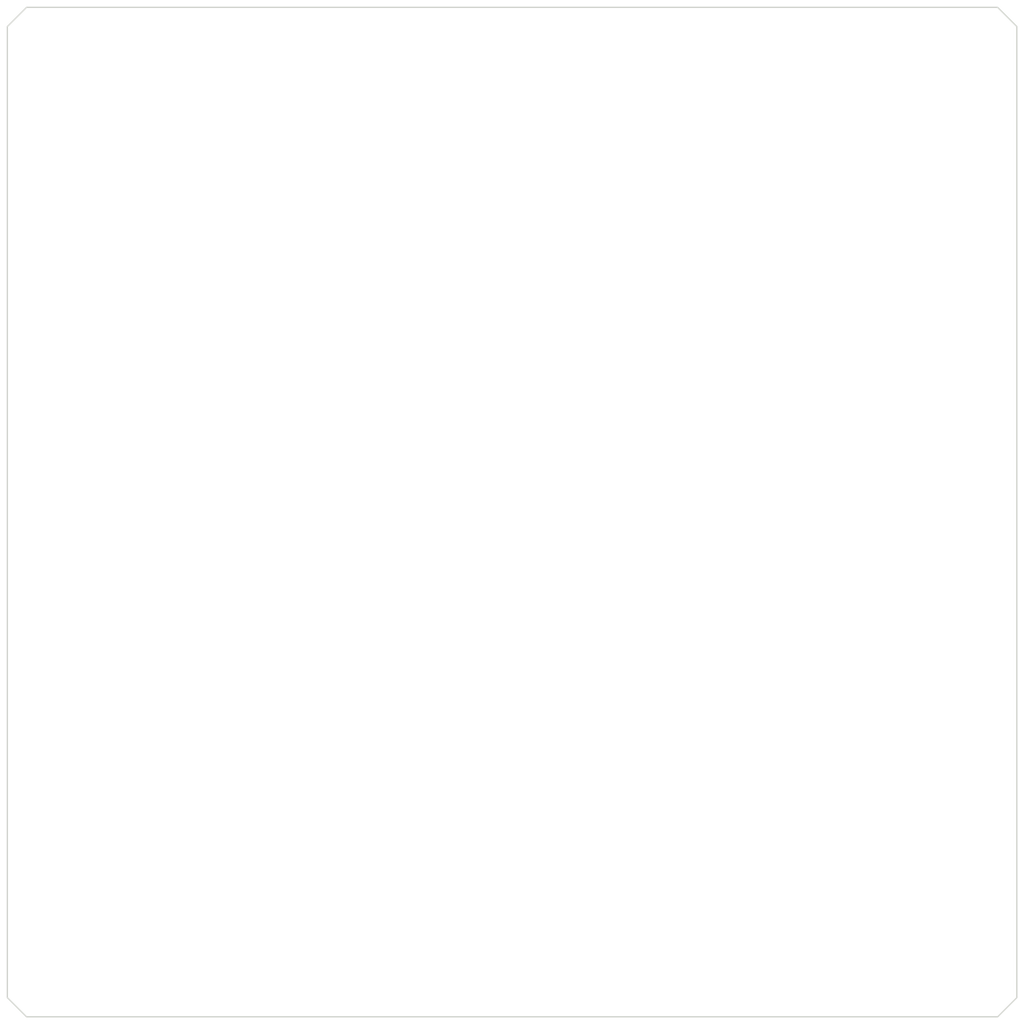
<source format=kicad_pcb>
(kicad_pcb (version 20211014) (generator pcbnew)

  (general
    (thickness 1.6062)
  )

  (paper "A4")
  (layers
    (0 "F.Cu" signal)
    (1 "In1.Cu" signal)
    (2 "In2.Cu" signal)
    (31 "B.Cu" signal)
    (32 "B.Adhes" user "B.Adhesive")
    (33 "F.Adhes" user "F.Adhesive")
    (34 "B.Paste" user)
    (35 "F.Paste" user)
    (36 "B.SilkS" user "B.Silkscreen")
    (37 "F.SilkS" user "F.Silkscreen")
    (38 "B.Mask" user)
    (39 "F.Mask" user)
    (40 "Dwgs.User" user "User.Drawings")
    (41 "Cmts.User" user "User.Comments")
    (42 "Eco1.User" user "User.Eco1")
    (43 "Eco2.User" user "User.Eco2")
    (44 "Edge.Cuts" user)
    (45 "Margin" user)
    (46 "B.CrtYd" user "B.Courtyard")
    (47 "F.CrtYd" user "F.Courtyard")
    (48 "B.Fab" user)
    (49 "F.Fab" user)
    (50 "User.1" user)
    (51 "User.2" user)
    (52 "User.3" user)
    (53 "User.4" user)
    (54 "User.5" user)
    (55 "User.6" user)
    (56 "User.7" user)
    (57 "User.8" user)
    (58 "User.9" user)
  )

  (setup
    (stackup
      (layer "F.SilkS" (type "Top Silk Screen") (color "White"))
      (layer "F.Paste" (type "Top Solder Paste"))
      (layer "F.Mask" (type "Top Solder Mask") (color "Black") (thickness 0.01))
      (layer "F.Cu" (type "copper") (thickness 0.035))
      (layer "dielectric 1" (type "prepreg") (thickness 0.2104) (material "FR4") (epsilon_r 4.5) (loss_tangent 0.02))
      (layer "In1.Cu" (type "copper") (thickness 0.0152))
      (layer "dielectric 2" (type "core") (thickness 1.065) (material "FR4") (epsilon_r 4.5) (loss_tangent 0.02))
      (layer "In2.Cu" (type "copper") (thickness 0.0152))
      (layer "dielectric 3" (type "prepreg") (thickness 0.2104) (material "FR4") (epsilon_r 4.5) (loss_tangent 0.02))
      (layer "B.Cu" (type "copper") (thickness 0.035))
      (layer "B.Mask" (type "Bottom Solder Mask") (color "Black") (thickness 0.01))
      (layer "B.Paste" (type "Bottom Solder Paste"))
      (layer "B.SilkS" (type "Bottom Silk Screen") (color "White"))
      (copper_finish "None")
      (dielectric_constraints no)
    )
    (pad_to_mask_clearance 0)
    (aux_axis_origin 126 81)
    (grid_origin 146 101)
    (pcbplotparams
      (layerselection 0x00010fc_ffffffff)
      (disableapertmacros false)
      (usegerberextensions false)
      (usegerberattributes true)
      (usegerberadvancedattributes true)
      (creategerberjobfile true)
      (svguseinch false)
      (svgprecision 6)
      (excludeedgelayer true)
      (plotframeref false)
      (viasonmask false)
      (mode 1)
      (useauxorigin false)
      (hpglpennumber 1)
      (hpglpenspeed 20)
      (hpglpendiameter 15.000000)
      (dxfpolygonmode true)
      (dxfimperialunits true)
      (dxfusepcbnewfont true)
      (psnegative false)
      (psa4output false)
      (plotreference true)
      (plotvalue true)
      (plotinvisibletext false)
      (sketchpadsonfab false)
      (subtractmaskfromsilk false)
      (outputformat 1)
      (mirror false)
      (drillshape 1)
      (scaleselection 1)
      (outputdirectory "")
    )
  )

  (net 0 "")

  (gr_poly
    (pts
      (xy 205.5 83)
      (xy 205.5 159)
      (xy 204 160.5)
      (xy 128 160.5)
      (xy 126.5 159)
      (xy 126.5 83)
      (xy 128 81.5)
      (xy 204 81.5)
    ) (layer "Edge.Cuts") (width 0.1) (fill none) (tstamp c4e1e0fc-039d-41cb-8fb6-1433179d0e06))
  (gr_circle (center 198.7 151.16) (end 198.7 149.89) (layer "User.1") (width 0.15) (fill none) (tstamp 000fdefd-bd20-43c5-8ce5-c4ba1992ea21))
  (gr_circle (center 133.3 93.38) (end 133.3 92.11) (layer "User.1") (width 0.15) (fill none) (tstamp 002d9934-c8f6-4e33-bbc3-e9234f6189f4))
  (gr_circle (center 173.3 151.16) (end 173.3 149.89) (layer "User.1") (width 0.15) (fill none) (tstamp 01619bdd-99ec-4968-a274-512a1256ea1d))
  (gr_circle (center 158.7 106.08) (end 158.7 104.81) (layer "User.1") (width 0.15) (fill none) (tstamp 023e83de-af62-4d05-a9a3-fa97a16d3291))
  (gr_circle (center 133.3 111.16) (end 133.3 109.89) (layer "User.1") (width 0.15) (fill none) (tstamp 028b0f3f-9b95-415f-9806-a2012f466759))
  (gr_circle (center 175.84 128.3) (end 177.11 128.3) (layer "User.1") (width 0.15) (fill none) (tstamp 04382082-f01c-4027-ad9c-12cde5cbd87c))
  (gr_circle (center 151.08 113.7) (end 152.35 113.7) (layer "User.1") (width 0.15) (fill none) (tstamp 04d8c0b9-fd28-4312-95c2-58e88c5ac9b0))
  (gr_circle (center 193.62 153.7) (end 194.89 153.7) (layer "User.1") (width 0.15) (fill none) (tstamp 05833b0e-ac32-451e-8d3d-51d05a944d1f))
  (gr_circle (center 153.62 88.3) (end 154.89 88.3) (layer "User.1") (width 0.15) (fill none) (tstamp 076857b1-b885-4a0b-8db3-60dcff1d111c))
  (gr_rect (start 157.43 112.43) (end 159.97 89.57) (layer "User.1") (width 0.15) (fill none) (tstamp 07b1ed44-9a28-4334-8e8d-8bd4b53f5e8d))
  (gr_circle (center 193.62 88.3) (end 194.89 88.3) (layer "User.1") (width 0.15) (fill none) (tstamp 0873b673-9097-4506-813d-6ca3318e0e49))
  (gr_circle (center 151.08 153.7) (end 152.35 153.7) (layer "User.1") (width 0.15) (fill none) (tstamp 08e47431-a3c2-488e-8601-929c8054e9a9))
  (gr_circle (center 146 88.3) (end 147.27 88.3) (layer "User.1") (width 0.15) (fill none) (tstamp 0a318eb1-a61a-42cf-b009-c5111886aae9))
  (gr_circle (center 133.3 141) (end 133.3 139.73) (layer "User.1") (width 0.15) (fill none) (tstamp 0e0bba44-be9a-4368-892d-bed915bba03e))
  (gr_circle (center 158.7 98.46) (end 158.7 97.19) (layer "User.1") (width 0.15) (fill none) (tstamp 0f080dfc-c990-4358-9955-cc56dfa127d9))
  (gr_circle (center 158.7 108.62) (end 158.7 107.35) (layer "User.1") (width 0.15) (fill none) (tstamp 0fa87829-a054-48e5-9f01-293522c3a902))
  (gr_circle (center 198.7 108.62) (end 198.7 107.35) (layer "User.1") (width 0.15) (fill none) (tstamp 12e018d9-bf61-4922-b537-5dce006701d6))
  (gr_circle (center 191.08 128.3) (end 192.35 128.3) (layer "User.1") (width 0.15) (fill none) (tstamp 1453a7cc-aa83-4cfe-b03c-5f99f355978c))
  (gr_circle (center 140.92 128.3) (end 142.19 128.3) (layer "User.1") (width 0.15) (fill none) (tstamp 1478ca85-0e48-48d0-94ec-ffd3b6c70851))
  (gr_circle (center 146 113.7) (end 147.27 113.7) (layer "User.1") (width 0.15) (fill none) (tstamp 149e3321-4867-4c96-932a-aa4b94134f02))
  (gr_circle (center 173.3 106.08) (end 173.3 104.81) (layer "User.1") (width 0.15) (fill none) (tstamp 14bd52d6-d309-4c93-8a69-7bfa893c9fa4))
  (gr_circle (center 198.7 111.16) (end 198.7 109.89) (layer "User.1") (width 0.15) (fill none) (tstamp 189dd023-7623-4c5f-a5a7-0c32df952be6))
  (gr_circle (center 186 153.7) (end 187.27 153.7) (layer "User.1") (width 0.15) (fill none) (tstamp 18f87734-66be-482a-9866-0d14a5bbf663))
  (gr_circle (center 158.7 95.92) (end 158.7 94.65) (layer "User.1") (width 0.15) (fill none) (tstamp 1cce4635-2dc7-4081-841c-9950002cf8f4))
  (gr_circle (center 173.3 148.62) (end 173.3 147.35) (layer "User.1") (width 0.15) (fill none) (tstamp 1e1bcb33-a29b-41d1-90e3-64286458708c))
  (gr_circle (center 178.38 153.7) (end 179.65 153.7) (layer "User.1") (width 0.15) (fill none) (tstamp 1e7927e8-557c-4b0f-aefc-7f9e74b8d538))
  (gr_circle (center 198.7 138.46) (end 198.7 137.19) (layer "User.1") (width 0.15) (fill none) (tstamp 1fa3ccdd-b05f-4b3a-93a3-ddd1672840e9))
  (gr_circle (center 138.38 113.7) (end 139.65 113.7) (layer "User.1") (width 0.15) (fill none) (tstamp 2078dde6-d398-4942-9624-11a7540c015e))
  (gr_circle (center 133.3 135.92) (end 133.3 134.65) (layer "User.1") (width 0.15) (fill none) (tstamp 21127402-88bc-45c9-9631-512f82c8582a))
  (gr_circle (center 158.7 146.08) (end 158.7 144.81) (layer "User.1") (width 0.15) (fill none) (tstamp 21e79313-7f6d-4510-a6f0-48991ed6685f))
  (gr_circle (center 158.7 148.62) (end 158.7 147.35) (layer "User.1") (width 0.15) (fill none) (tstamp 27490eb7-9e96-49d5-b827-4d67ce319e04))
  (gr_circle (center 158.7 111.16) (end 158.7 109.89) (layer "User.1") (width 0.15) (fill none) (tstamp 2876169e-b1c0-4fe0-9f2f-692cd4336b6b))
  (gr_circle (center 173.3 143.54) (end 173.3 142.27) (layer "User.1") (width 0.15) (fill none) (tstamp 2877bc6c-7ffe-46bc-ad26-d6e7ceae8879))
  (gr_circle (center 188.54 88.3) (end 189.81 88.3) (layer "User.1") (width 0.15) (fill none) (tstamp 28c33219-826f-4fd0-9590-41c461014511))
  (gr_rect (start 134.57 152.43) (end 157.43 154.97) (layer "User.1") (width 0.15) (fill none) (tstamp 2c569eeb-6791-476f-beea-bbc7d2d5a179))
  (gr_circle (center 138.38 153.7) (end 139.65 153.7) (layer "User.1") (width 0.15) (fill none) (tstamp 2de54d4c-e9fc-4f85-b780-64c6cbe70f2d))
  (gr_circle (center 186 88.3) (end 187.27 88.3) (layer "User.1") (width 0.15) (fill none) (tstamp 2fe549bb-e336-4a99-90af-7f353278cd75))
  (gr_circle (center 173.3 135.92) (end 173.3 134.65) (layer "User.1") (width 0.15) (fill none) (tstamp 32fc09bc-5550-4241-9884-e45f740a2b50))
  (gr_circle (center 198.7 141) (end 198.7 139.73) (layer "User.1") (width 0.15) (fill none) (tstamp 33da5458-586d-4f76-a2f7-d4f7b80fdba7))
  (gr_circle (center 158.7 138.46) (end 158.7 137.19) (layer "User.1") (width 0.15) (fill none) (tstamp 33fa464a-dca4-466a-b255-278a8e7a663d))
  (gr_circle (center 173.3 141) (end 173.3 139.73) (layer "User.1") (width 0.15) (fill none) (tstamp 357238b5-b355-4214-84c8-f285248e481c))
  (gr_circle (center 158.7 151.16) (end 158.7 149.89) (layer "User.1") (width 0.15) (fill none) (tstamp 39d8c278-1c18-426d-901a-2c3d632ba991))
  (gr_circle (center 146 153.7) (end 147.27 153.7) (layer "User.1") (width 0.15) (fill none) (tstamp 3ab70a57-aacc-46f0-8c93-e47fccfd70de))
  (gr_rect (start 132.03 152.43) (end 134.57 129.57) (layer "User.1") (width 0.15) (fill none) (tstamp 3cd5c00a-6e4f-4422-9c93-4a12ea04f786))
  (gr_circle (center 183.46 88.3) (end 184.73 88.3) (layer "User.1") (width 0.15) (fill none) (tstamp 3deef85d-fad1-4f10-9e7f-5cfbae98b510))
  (gr_rect (start 172.03 152.43) (end 174.57 129.57) (layer "User.1") (width 0.15) (fill none) (tstamp 40c60fd0-de55-403e-a245-7c811c7a6b68))
  (gr_circle (center 135.84 88.3) (end 137.11 88.3) (layer "User.1") (width 0.15) (fill none) (tstamp 44fa9f65-2477-41eb-bd00-685a78d765d1))
  (gr_circle (center 188.54 128.3) (end 189.81 128.3) (layer "User.1") (width 0.15) (fill none) (tstamp 45632520-d6f7-4ae6-8b7c-08bf9a631182))
  (gr_circle (center 188.54 153.7) (end 189.81 153.7) (layer "User.1") (width 0.15) (fill none) (tstamp 461fd07d-b1ec-475e-98a7-affca404ecff))
  (gr_circle (center 173.3 98.46) (end 173.3 97.19) (layer "User.1") (width 0.15) (fill none) (tstamp 47116c51-9801-4cab-9da9-ac747247fb6d))
  (gr_circle (center 188.54 113.7) (end 189.81 113.7) (layer "User.1") (width 0.15) (fill none) (tstamp 47b3f2ba-7e52-41a0-909e-fa9af0f32383))
  (gr_circle (center 193.62 128.3) (end 194.89 128.3) (layer "User.1") (width 0.15) (fill none) (tstamp 4971cc6c-ba0c-4240-bc38-000b72015b07))
  (gr_circle (center 158.7 101) (end 158.7 99.73) (layer "User.1") (width 0.15) (fill none) (tstamp 4bbf8134-0015-49ac-9a22-521d8c5dcfe2))
  (gr_rect (start 197.43 152.43) (end 199.97 129.57) (layer "User.1") (width 0.15) (fill none) (tstamp 4e035356-44a6-4a66-9f06-f7833e43004c))
  (gr_circle (center 151.08 128.3) (end 152.35 128.3) (layer "User.1") (width 0.15) (fill none) (tstamp 508a59ee-6174-4c0b-8429-cdf621658bf7))
  (gr_circle (center 173.3 133.38) (end 173.3 132.11) (layer "User.1") (width 0.15) (fill none) (tstamp 5318ad09-944d-410d-bab7-1c5920072087))
  (gr_circle (center 146 128.3) (end 147.27 128.3) (layer "User.1") (width 0.15) (fill none) (tstamp 590130fc-48c8-438b-9612-c724b35c19c8))
  (gr_rect (start 174.57 87.03) (end 197.43 89.57) (layer "User.1") (width 0.15) (fill none) (tstamp 59468208-a8c6-49bb-b813-59e516079a92))
  (gr_circle (center 158.7 93.38) (end 158.7 92.11) (layer "User.1") (width 0.15) (fill none) (tstamp 5badb200-b537-4b1f-bcd7-e268c39a42cb))
  (gr_circle (center 191.08 88.3) (end 192.35 88.3) (layer "User.1") (width 0.15) (fill none) (tstamp 5cd3e572-1eeb-4d99-8828-5f85ee86778a))
  (gr_circle (center 178.38 128.3) (end 179.65 128.3) (layer "User.1") (width 0.15) (fill none) (tstamp 5d678520-330e-485f-bfec-80fdd90fe8ca))
  (gr_circle (center 198.7 103.54) (end 198.7 102.27) (layer "User.1") (width 0.15) (fill none) (tstamp 5e003c17-ddd0-4a84-bae4-115dbec842dd))
  (gr_circle (center 196.16 128.3) (end 197.43 128.3) (layer "User.1") (width 0.15) (fill none) (tstamp 5e83cc36-23c2-48ed-b504-15d124077fa8))
  (gr_circle (center 133.3 95.92) (end 133.3 94.65) (layer "User.1") (width 0.15) (fill none) (tstamp 5ece3abc-14df-4e17-aea3-74d7874b2172))
  (gr_circle (center 173.3 111.16) (end 173.3 109.89) (layer "User.1") (width 0.15) (fill none) (tstamp 61c0299f-496b-40f6-bb2e-f17cb3e660a6))
  (gr_rect (start 134.57 127.03) (end 157.43 129.57) (layer "User.1") (width 0.15) (fill none) (tstamp 653ff949-fa35-4dcd-9bc4-1021d07e015e))
  (gr_circle (center 153.62 128.3) (end 154.89 128.3) (layer "User.1") (width 0.15) (fill none) (tstamp 667f5bc7-5cc7-4c56-b8bb-ff61230c54f6))
  (gr_circle (center 198.7 146.08) (end 198.7 144.81) (layer "User.1") (width 0.15) (fill none) (tstamp 674db288-8796-473b-ba2d-34b8280ce9b0))
  (gr_circle (center 173.3 90.84) (end 173.3 89.57) (layer "User.1") (width 0.15) (fill none) (tstamp 67529e39-5a12-4e4d-a26f-6caef6e3d224))
  (gr_circle (center 158.7 135.92) (end 158.7 134.65) (layer "User.1") (width 0.15) (fill none) (tstamp 68526bbe-ffec-4a8b-ac28-8ef5d249d643))
  (gr_circle (center 148.54 113.7) (end 149.81 113.7) (layer "User.1") (width 0.15) (fill none) (tstamp 68da07ad-f184-46b8-81b5-0ab2e762cfa2))
  (gr_circle (center 135.84 128.3) (end 137.11 128.3) (layer "User.1") (width 0.15) (fill none) (tstamp 694a2953-ea0b-486c-993a-0e03018f8d12))
  (gr_rect (start 172.03 112.43) (end 174.57 89.57) (layer "User.1") (width 0.15) (fill none) (tstamp 6a596e6a-3010-4e40-ac7c-b86783cab220))
  (gr_circle (center 140.92 88.3) (end 142.19 88.3) (layer "User.1") (width 0.15) (fill none) (tstamp 6affb22c-39ed-426b-b47f-6b5673049261))
  (gr_circle (center 133.3 106.08) (end 133.3 104.81) (layer "User.1") (width 0.15) (fill none) (tstamp 6cbe0dbf-de1b-4f78-a3bd-0e61028b2bd0))
  (gr_circle (center 180.92 153.7) (end 182.19 153.7) (layer "User.1") (width 0.15) (fill none) (tstamp 6d26d52b-93ba-4754-933e-8b98839d99b5))
  (gr_circle (center 196.16 153.7) (end 197.43 153.7) (layer "User.1") (width 0.15) (fill none) (tstamp 6d3efdde-540a-4482-a4e9-1ec2264370b6))
  (gr_circle (center 158.7 133.38) (end 158.7 132.11) (layer "User.1") (width 0.15) (fill none) (tstamp 74122614-2046-4e47-8d29-a13cb377b1cb))
  (gr_circle (center 198.7 148.62) (end 198.7 147.35) (layer "User.1") (width 0.15) (fill none) (tstamp 746ff983-acdb-4d40-bd98-249c26ca189f))
  (gr_circle (center 133.3 103.54) (end 133.3 102.27) (layer "User.1") (width 0.15) (fill none) (tstamp 7535a7f5-e263-48a8-9037-6f2fa1d8af9c))
  (gr_circle (center 158.7 90.84) (end 158.7 89.57) (layer "User.1") (width 0.15) (fill none) (tstamp 7935eebc-b9ea-4d3b-8779-d785a97d723c))
  (gr_circle (center 175.84 113.7) (end 177.11 113.7) (layer "User.1") (width 0.15) (fill none) (tstamp 79b6caba-8a35-48dd-9a5c-ba2da95d0548))
  (gr_circle (center 173.3 103.54) (end 173.3 102.27) (layer "User.1") (width 0.15) (fill none) (tstamp 7a3606ba-1923-457e-9c03-bf8496c6cae2))
  (gr_rect (start 134.57 87.03) (end 157.43 89.57) (layer "User.1") (width 0.15) (fill none) (tstamp 7cb26442-f4ad-44e3-9b68-d4cce9e4f608))
  (gr_circle (center 143.46 153.7) (end 144.73 153.7) (layer "User.1") (width 0.15) (fill none) (tstamp 7da4810d-8b15-4700-9fb6-4eca9423fc88))
  (gr_circle (center 180.92 88.3) (end 182.19 88.3) (layer "User.1") (width 0.15) (fill none) (tstamp 7fbc182b-8fb1-403c-bcae-f8241d9794bc))
  (gr_circle (center 196.16 113.7) (end 197.43 113.7) (layer "User.1") (width 0.15) (fill none) (tstamp 802c0dfc-f3fc-43cd-9058-5961cd2c1d81))
  (gr_circle (center 186 128.3) (end 187.27 128.3) (layer "User.1") (width 0.15) (fill none) (tstamp 83300dda-8d9f-4a80-bb10-71ce8874dd9a))
  (gr_circle (center 183.46 113.7) (end 184.73 113.7) (layer "User.1") (width 0.15) (fill none) (tstamp 84e55b9b-4af5-4ccf-a2e4-9b42fb387324))
  (gr_circle (center 198.7 130.84) (end 198.7 129.57) (layer "User.1") (width 0.15) (fill none) (tstamp 85f37554-a83e-4a04-bf18-169c38aa24ae))
  (gr_circle (center 173.3 138.46) (end 173.3 137.19) (layer "User.1") (width 0.15) (fill none) (tstamp 88e71e4c-d588-4f9f-8af7-c5d47c47d3f4))
  (gr_circle (center 148.54 128.3) (end 149.81 128.3) (layer "User.1") (width 0.15) (fill none) (tstamp 89fdc69e-958d-4d1c-b33d-0ff421134c1c))
  (gr_circle (center 133.3 148.62) (end 133.3 147.35) (layer "User.1") (width 0.15) (fill none) (tstamp 8a7411a0-669b-4d5a-a0fa-8d4bb1845488))
  (gr_circle (center 133.3 130.84) (end 133.3 129.57) (layer "User.1") (width 0.15) (fill none) (tstamp 8e22eee4-74e0-45a7-b7c4-0fe1ca6e1fcd))
  (gr_circle (center 183.46 128.3) (end 184.73 128.3) (layer "User.1") (width 0.15) (fill none) (tstamp 94940b43-44d8-45d6-bd04-aeb3154ce6d3))
  (gr_circle (center 156.16 113.7) (end 157.43 113.7) (layer "User.1") (width 0.15) (fill none) (tstamp 9be582bc-40ea-4803-bfa0-585998db1641))
  (gr_circle (center 156.16 88.3) (end 157.43 88.3) (layer "User.1") (width 0.15) (fill none) (tstamp 9e8812a0-35e6-4a8e-8963-f33111361433))
  (gr_rect (start 174.57 152.43) (end 197.43 154.97) (layer "User.1") (width 0.15) (fill none) (tstamp 9ec6aa1f-59f3-48b1-851f-85471a9b7295))
  (gr_circle (center 178.38 88.3) (end 179.65 88.3) (layer "User.1") (width 0.15) (fill none) (tstamp a061e8e2-eb5d-46dc-a23f-f672eafd5cd1))
  (gr_circle (center 175.84 88.3) (end 177.11 88.3) (layer "User.1") (width 0.15) (fill none) (tstamp a1c9adc6-d71d-4f68-a4bf-54d2cf1fa191))
  (gr_circle (center 193.62 113.7) (end 194.89 113.7) (layer "User.1") (width 0.15) (fill none) (tstamp a5636ac6-7fb6-4d6d-87ad-69ed9a9c0cdc))
  (gr_circle (center 178.38 113.7) (end 179.65 113.7) (layer "User.1") (width 0.15) (fill none) (tstamp a5d9562d-2855-4df2-85ce-a6c70ea08f7b))
  (gr_circle (center 133.3 146.08) (end 133.3 144.81) (layer "User.1") (width 0.15) (fill none) (tstamp a64d9ce5-d3dc-41a2-b8f8-74b74529a011))
  (gr_circle (center 173.3 108.62) (end 173.3 107.35) (layer "User.1") (width 0.15) (fill none) (tstamp a74125fb-a09b-4553-883a-78266b2716c0))
  (gr_circle (center 183.46 153.7) (end 184.73 153.7) (layer "User.1") (width 0.15) (fill none) (tstamp a857c510-4547-46af-92a8-0032fe1bab77))
  (gr_circle (center 158.7 103.54) (end 158.7 102.27) (layer "User.1") (width 0.15) (fill none) (tstamp a873b4ec-14ed-4f61-bb24-0bdc2f47ccc2))
  (gr_circle (center 191.08 153.7) (end 192.35 153.7) (layer "User.1") (width 0.15) (fill none) (tstamp ab0686a9-c18a-48ba-9073-1a87212f46d4))
  (gr_circle (center 156.16 128.3) (end 157.43 128.3) (layer "User.1") (width 0.15) (fill none) (tstamp ad4b26d7-a830-4beb-b7fa-65cf3c5adb41))
  (gr_circle (center 140.92 153.7) (end 142.19 153.7) (layer "User.1") (width 0.15) (fill none) (tstamp aefbc62e-ae98-43eb-95a0-1dad8155ad7c))
  (gr_circle (center 133.3 143.54) (end 133.3 142.27) (layer "User.1") (width 0.15) (fill none) (tstamp b16fe44b-e864-4200-804e-4c652140aa8a))
  (gr_rect (start 174.57 112.43) (end 197.43 114.97) (layer "User.1") (width 0.15) (fill none) (tstamp b329685d-d519-41c0-9aa7-5f33635e6336))
  (gr_circle (center 158.7 130.84) (end 158.7 129.57) (layer "User.1") (width 0.15) (fill none) (tstamp b3fb81dd-8e8a-43a2-83be-4ec64bffe5b9))
  (gr_circle (center 191.08 113.7) (end 192.35 113.7) (layer "User.1") (width 0.15) (fill none) (tstamp b5d062f2-25bf-42d3-a7dc-35d1daa3703b))
  (gr_circle (center 186 113.7) (end 187.27 113.7) (layer "User.1") (width 0.15) (fill none) (tstamp bb1f5e92-e85e-477d-9984-1c20fdd2a025))
  (gr_circle (center 198.7 133.38) (end 198.7 132.11) (layer "User.1") (width 0.15) (fill none) (tstamp bc142639-4cd3-46d0-aaa6-704c2cb07c52))
  (gr_circle (center 133.3 98.46) (end 133.3 97.19) (layer "User.1") (width 0.15) (fill none) (tstamp bd0209be-e7ea-42a5-96b3-d808e4806df1))
  (gr_circle (center 198.7 90.84) (end 198.7 89.57) (layer "User.1") (width 0.15) (fill none) (tstamp be170511-a6a2-45e3-ab62-48c773153fab))
  (gr_circle (center 175.84 153.7) (end 177.11 153.7) (layer "User.1") (width 0.15) (fill none) (tstamp bf6c3730-5800-4fdb-8039-56db58bedcd3))
  (gr_rect (start 132.03 112.43) (end 134.57 89.57) (layer "User.1") (width 0.15) (fill none) (tstamp c24d159b-5367-47b4-8355-4e8aa4aff730))
  (gr_circle (center 153.62 153.7) (end 154.89 153.7) (layer "User.1") (width 0.15) (fill none) (tstamp c49a17e6-ee70-44df-86eb-cd4b6ac81164))
  (gr_circle (center 133.3 101) (end 133.3 99.73) (layer "User.1") (width 0.15) (fill none) (tstamp c8472d16-18c1-4c53-a380-ba42c968dc4f))
  (gr_circle (center 133.3 138.46) (end 133.3 137.19) (layer "User.1") (width 0.15) (fill none) (tstamp c978d41f-5e38-427c-bfc1-f2acf64f2da6))
  (gr_circle (center 173.3 93.38) (end 173.3 92.11) (layer "User.1") (width 0.15) (fill none) (tstamp cc120185-20e5-4998-9e9e-31f75f3339f8))
  (gr_circle (center 140.92 113.7) (end 142.19 113.7) (layer "User.1") (width 0.15) (fill none) (tstamp cd7e8386-9233-4658-8804-b9f559c92d3a))
  (gr_circle (center 173.3 130.84) (end 173.3 129.57) (layer "User.1") (width 0.15) (fill none) (tstamp ceebb551-8669-4d2e-b382-97e490800a3a))
  (gr_rect (start 134.57 112.43) (end 157.43 114.97) (layer "User.1") (width 0.15) (fill none) (tstamp cfdd9c0d-cd37-439a-909d-b8a2edd51242))
  (gr_circle (center 133.3 108.62) (end 133.3 107.35) (layer "User.1") (width 0.15) (fill none) (tstamp d05f3ed3-02e5-403a-b38e-46d4cc9c20c5))
  (gr_circle (center 196.16 88.3) (end 197.43 88.3) (layer "User.1") (width 0.15) (fill none) (tstamp d20a6bed-f6c3-4c1b-8ef6-452ebd5d0a17))
  (gr_circle (center 143.46 128.3) (end 144.73 128.3) (layer "User.1") (width 0.15) (fill none) (tstamp d5600031-335e-46bb-b7fa-c3e1dbf09e46))
  (gr_circle (center 148.54 153.7) (end 149.81 153.7) (layer "User.1") (width 0.15) (fill none) (tstamp d6cc0c71-aa22-4afa-bb4b-cd30add95220))
  (gr_circle (center 138.38 128.3) (end 139.65 128.3) (layer "User.1") (width 0.15) (fill none) (tstamp d8854833-f0e9-42e6-95f0-4a19e38b5145))
  (gr_circle (center 180.92 113.7) (end 182.19 113.7) (layer "User.1") (width 0.15) (fill none) (tstamp d9550584-01f3-412c-8fbd-bfd3f243276e))
  (gr_circle (center 151.08 88.3) (end 152.35 88.3) (layer "User.1") (width 0.15) (fill none) (tstamp d9a6595b-93c6-4120-9036-60ddaba5e740))
  (gr_circle (center 143.46 113.7) (end 144.73 113.7) (layer "User.1") (width 0.15) (fill none) (tstamp da0b77f4-2fe0-45a0-972c-c860bad039b8))
  (gr_circle (center 173.3 146.08) (end 173.3 144.81) (layer "User.1") (width 0.15) (fill none) (tstamp dbd09e43-4054-4983-b841-09cf4b69ca43))
  (gr_circle (center 156.16 153.7) (end 157.43 153.7) (layer "User.1") (width 0.15) (fill none) (tstamp ddebc664-3589-43fc-af38-875a5a96f9d6))
  (gr_rect (start 197.43 112.43) (end 199.97 89.57) (layer "User.1") (width 0.15) (fill none) (tstamp dfadb04f-1e3e-48fd-b285-a82166be0353))
  (gr_circle (center 158.7 143.54) (end 158.7 142.27) (layer "User.1") (width 0.15) (fill none) (tstamp e0c414c6-a647-41e7-884b-824c129b4584))
  (gr_circle (center 158.7 141) (end 158.7 139.73) (layer "User.1") (width 0.15) (fill none) (tstamp e24785e6-70fb-4ea7-a094-970e5006af4e))
  (gr_circle (center 173.3 101) (end 173.3 99.73) (layer "User.1") (width 0.15) (fill none) (tstamp e370fb16-078c-407d-a2d3-a0bf51485ca0))
  (gr_circle (center 133.3 90.84) (end 133.3 89.57) (layer "User.1") (width 0.15) (fill none) (tstamp e415ddc3-c0dc-4555-9b92-4db24d3eff2a))
  (gr_rect (start 157.43 152.43) (end 159.97 129.57) (layer "User.1") (width 0.15) (fill none) (tstamp e7047158-9095-403b-86a9-75c5f71b7fa6))
  (gr_circle (center 143.46 88.3) (end 144.73 88.3) (layer "User.1") (width 0.15) (fill none) (tstamp e88a8610-76d0-4116-8deb-41226f89eed9))
  (gr_circle (center 198.7 106.08) (end 198.7 104.81) (layer "User.1") (width 0.15) (fill none) (tstamp e89f584b-1111-4186-ae21-d60ff5726edf))
  (gr_circle (center 173.3 95.92) (end 173.3 94.65) (layer "User.1") (width 0.15) (fill none) (tstamp e8e3abc9-0bc4-499c-92bf-65f4dfd6ce55))
  (gr_circle (center 133.3 151.16) (end 133.3 149.89) (layer "User.1") (width 0.15) (fill none) (tstamp e93e5612-66ab-469f-858b-0105a18a063f))
  (gr_circle (center 198.7 95.92) (end 198.7 94.65) (layer "User.1") (width 0.15) (fill none) (tstamp e970044b-c972-4764-8090-4efb1fa02fad))
  (gr_circle (center 138.38 88.3) (end 139.65 88.3) (layer "User.1") (width 0.15) (fill none) (tstamp ea411cba-c717-419a-b472-28a0a978c8f5))
  (gr_circle (center 198.7 98.46) (end 198.7 97.19) (layer "User.1") (width 0.15) (fill none) (tstamp ea86c840-7a7c-4c0b-8fbb-d0ac6c5a5a22))
  (gr_rect (start 174.57 127.03) (end 197.43 129.57) (layer "User.1") (width 0.15) (fill none) (tstamp eb3c8725-4724-4d4b-9445-d2cf3943a940))
  (gr_circle (center 148.54 88.3) (end 149.81 88.3) (layer "User.1") (width 0.15) (fill none) (tstamp ee2f96be-c55e-4f5c-bf83-f64f42267ff8))
  (gr_circle (center 133.3 133.38) (end 133.3 132.11) (layer "User.1") (width 0.15) (fill none) (tstamp f0d889d4-1d2c-4335-b54f-539923d5b76e))
  (gr_circle (center 198.7 101) (end 198.7 99.73) (layer "User.1") (width 0.15) (fill none) (tstamp f1494f36-1384-4407-b992-55792b1d7b82))
  (gr_circle (center 198.7 135.92) (end 198.7 134.65) (layer "User.1") (width 0.15) (fill none) (tstamp f18685bb-50f3-4e32-b094-52bfdf8bb35f))
  (gr_circle (center 135.84 113.7) (end 137.11 113.7) (layer "User.1") (width 0.15) (fill none) (tstamp f26cffa6-7cc2-4003-abc4-95d98abc5125))
  (gr_circle (center 198.7 93.38) (end 198.7 92.11) (layer "User.1") (width 0.15) (fill none) (tstamp f739958e-cd02-4af0-9264-b38b7eee6f3b))
  (gr_circle (center 135.84 153.7) (end 137.11 153.7) (layer "User.1") (width 0.15) (fill none) (tstamp f7a56690-fb8d-47de-b6c5-bb40c6733cd9))
  (gr_circle (center 153.62 113.7) (end 154.89 113.7) (layer "User.1") (width 0.15) (fill none) (tstamp f8065909-de93-43f0-8e29-9be17bb14eaf))
  (gr_circle (center 198.7 143.54) (end 198.7 142.27) (layer "User.1") (width 0.15) (fill none) (tstamp fc076f7d-325f-4b8d-9fe4-86d11343ee0c))
  (gr_circle (center 180.92 128.3) (end 182.19 128.3) (layer "User.1") (width 0.15) (fill none) (tstamp fe23f984-5992-4ca0-8c93-4ca101c2ec52))
  (gr_rect (start 126 81) (end 166 121) (layer "User.8") (width 0.15) (fill none) (tstamp 1c83bd42-0034-452f-984c-359e4b56b0ac))
  (gr_rect (start 166 121) (end 206 161) (layer "User.8") (width 0.15) (fill none) (tstamp 355dba76-ed12-421f-a06a-d840ab2ffd41))
  (gr_rect (start 166 81) (end 206 121) (layer "User.8") (width 0.15) (fill none) (tstamp c317bd55-effe-4526-8bb5-b15eee11e102))
  (gr_rect (start 126 121) (end 166 161) (layer "User.8") (width 0.15) (fill none) (tstamp e6debab3-c3fb-4915-a684-33e92b1a877b))
  (gr_text "SCL" (at 148.54 85.061428 270) (layer "User.1") (tstamp 00d84f7f-e019-43ee-a6f7-42af0584c70b)
    (effects (font (size 1.5 1) (thickness 0.2)))
  )
  (gr_text "SCLK" (at 193.62 117.867143 90) (layer "User.1") (tstamp 023581d9-51c7-46ed-a7df-64b192573448)
    (effects (font (size 1.5 1) (thickness 0.2)))
  )
  (gr_text "SDA" (at 186 117.390952 90) (layer "User.1") (tstamp 037358e1-ebe3-49bb-917e-dedba94aa0f9)
    (effects (font (size 1.5 1) (thickness 0.2)))
  )
  (gr_text "GPIO" (at 169.01381 135.92) (layer "User.1") (tstamp 0987c9ff-6dbe-4ab1-a4eb-438e4190c849)
    (effects (font (size 1.5 1) (thickness 0.2)))
  )
  (gr_text "SCLK" (at 168.894762 108.62) (layer "User.1") (tstamp 0d43635d-8652-49ce-9887-dd20feaebc3e)
    (effects (font (size 1.5 1) (thickness 0.2)))
  )
  (gr_text "SCL" (at 202.227143 143.54) (layer "User.1") (tstamp 0fedfc03-ff5b-4105-b6fd-382fb2a6cd55)
    (effects (font (size 1.5 1) (thickness 0.2)))
  )
  (gr_text "SCL" (at 129.394762 98.46) (layer "User.1") (tstamp 12290910-e1c4-4f12-a089-9b99be24c1fc)
    (effects (font (size 1.5 1) (thickness 0.2)))
  )
  (gr_text "MISO" (at 191.08 157.795714 90) (layer "User.1") (tstamp 139c2ed9-f468-419c-af61-6cfde6cf3077)
    (effects (font (size 1.5 1) (thickness 0.2)))
  )
  (gr_text "MISO" (at 140.92 124.632857 270) (layer "User.1") (tstamp 146cf8c5-87c2-4769-8e77-9b3f106a1e5b)
    (effects (font (size 1.5 1) (thickness 0.2)))
  )
  (gr_text "MISO" (at 151.08 117.795714 90) (layer "User.1") (tstamp 14eb863b-9320-40b7-bcfb-2820753e6985)
    (effects (font (size 1.5 1) (thickness 0.2)))
  )
  (gr_text "GPIO" (at 191.08 124.680476 270) (layer "User.1") (tstamp 16bfa636-a2a1-4817-85f0-d15c3b8b3320)
    (effects (font (size 1.5 1) (thickness 0.2)))
  )
  (gr_text "GPIO" (at 140.92 117.748095 90) (layer "User.1") (tstamp 17d5c74d-93f8-4091-b7ac-e6caff4897b2)
    (effects (font (size 1.5 1) (thickness 0.2)))
  )
  (gr_text "Vcc" (at 175.84 117.271905 90) (layer "User.1") (tstamp 17e518d0-d4aa-4814-9afd-04c9a56f1e8a)
    (effects (font (size 1.5 1) (thickness 0.2)))
  )
  (gr_text "SDA" (at 146 85.037619 270) (layer "User.1") (tstamp 1e5a9261-1a2d-468e-87ac-6aadc251e151)
    (effects (font (size 1.5 1) (thickness 0.2)))
  )
  (gr_text "Vcc" (at 162.131905 111.16) (layer "User.1") (tstamp 1e8f8ce2-b17c-4b64-8fa7-6f1492c0551e)
    (effects (font (size 1.5 1) (thickness 0.2)))
  )
  (gr_text "GND" (at 135.84 124.918571 270) (layer "User.1") (tstamp 1f0bf3f2-fffc-48d8-8150-3309b0f4ab84)
    (effects (font (size 1.5 1) (thickness 0.2)))
  )
  (gr_text "SCL" (at 183.46 117.367143 90) (layer "User.1") (tstamp 1fe9bf20-cf98-44bd-96cd-f69e63b7522d)
    (effects (font (size 1.5 1) (thickness 0.2)))
  )
  (gr_text "SDA" (at 129.370953 101) (layer "User.1") (tstamp 23b8c23a-2853-40c3-a53a-30fd914fa018)
    (effects (font (size 1.5 1) (thickness 0.2)))
  )
  (gr_text "MISO" (at 128.966191 106.08) (layer "User.1") (tstamp 24485594-06f1-4f4f-813a-edf2c9ea9d9c)
    (effects (font (size 1.5 1) (thickness 0.2)))
  )
  (gr_text "SDA" (at 186 157.390952 90) (layer "User.1") (tstamp 2b76fa00-b9a1-4087-80b7-57875970719f)
    (effects (font (size 1.5 1) (thickness 0.2)))
  )
  (gr_text "SDA" (at 129.370953 141) (layer "User.1") (tstamp 2b8189a1-4acc-4dcf-8508-450f4ff04158)
    (effects (font (size 1.5 1) (thickness 0.2)))
  )
  (gr_text "SDA" (at 162.250953 101) (layer "User.1") (tstamp 2bfbe799-3f9f-4879-91b2-b68af38a849c)
    (effects (font (size 1.5 1) (thickness 0.2)))
  )
  (gr_text "Vcc" (at 169.49 90.84) (layer "User.1") (tstamp 2c9ef2f3-71c2-4dd5-a6bb-87edd7e29840)
    (effects (font (size 1.5 1) (thickness 0.2)))
  )
  (gr_text "SDA" (at 202.250953 141) (layer "User.1") (tstamp 2e468816-24e5-44d3-9ec2-36eea4de6a8b)
    (effects (font (size 1.5 1) (thickness 0.2)))
  )
  (gr_text "SCL" (at 188.54 125.061428 270) (layer "User.1") (tstamp 2f2bfe63-4c38-47e4-a713-a4a51e8fb626)
    (effects (font (size 1.5 1) (thickness 0.2)))
  )
  (gr_text "GND" (at 202.37 108.62) (layer "User.1") (tstamp 32e895a5-7135-4ee4-abe1-aba9160e05ef)
    (effects (font (size 1.5 1) (thickness 0.2)))
  )
  (gr_text "SCL" (at 169.394762 98.46) (layer "User.1") (tstamp 374c9924-c1c5-4d40-aa25-3bfbc3ac0b32)
    (effects (font (size 1.5 1) (thickness 0.2)))
  )
  (gr_text "MOSI" (at 188.54 157.795714 90) (layer "User.1") (tstamp 37d67b6c-a4ce-4c10-a90f-fc0f1a452381)
    (effects (font (size 1.5 1) (thickness 0.2)))
  )
  (gr_text "GND" (at 153.62 84.918571 270) (layer "User.1") (tstamp 398c083a-543b-4a7e-af36-8162e3176b7a)
    (effects (font (size 1.5 1) (thickness 0.2)))
  )
  (gr_text "MOSI" (at 202.655715 98.46) (layer "User.1") (tstamp 39bff96d-f57d-40d7-98f7-2830945771e5)
    (effects (font (size 1.5 1) (thickness 0.2)))
  )
  (gr_text "SDA" (at 169.370953 141) (layer "User.1") (tstamp 3a31fa5d-5d89-4eaf-a6e7-106bc2dd8b32)
    (effects (font (size 1.5 1) (thickness 0.2)))
  )
  (gr_text "SDA" (at 146 125.037619 270) (layer "User.1") (tstamp 3c2692f7-205b-4f17-9581-dce673bf3ef1)
    (effects (font (size 1.5 1) (thickness 0.2)))
  )
  (gr_text "MISO" (at 168.966191 146.08) (layer "User.1") (tstamp 3cbc753e-ed4c-4741-acf1-1d4b6f35e526)
    (effects (font (size 1.5 1) (thickness 0.2)))
  )
  (gr_text "MISO" (at 180.92 124.632857 270) (layer "User.1") (tstamp 3fddde8d-804f-40bf-b97b-50ec1f8aba72)
    (effects (font (size 1.5 1) (thickness 0.2)))
  )
  (gr_text "SCL" (at 188.54 85.061428 270) (layer "User.1") (tstamp 4219f946-aefe-4b62-a771-b6fbf26fc2d4)
    (effects (font (size 1.5 1) (thickness 0.2)))
  )
  (gr_text "GND" (at 193.62 84.918571 270) (layer "User.1") (tstamp 449b0ae7-c909-4bbf-bf5e-7aa4bcf65465)
    (effects (font (size 1.5 1) (thickness 0.2)))
  )
  (gr_text "GND" (at 138.38 157.51 90) (layer "User.1") (tstamp 4619403d-086b-499a-913a-58fc34c26357)
    (effects (font (size 1.5 1) (thickness 0.2)))
  )
  (gr_text "GND" (at 202.37 130.84) (layer "User.1") (tstamp 463febc7-04ea-46fd-bc58-7db33bf793b0)
    (effects (font (size 1.5 1) (thickness 0.2)))
  )
  (gr_text "SCL" (at 183.46 157.367143 90) (layer "User.1") (tstamp 47a1a82d-d93b-4e94-9ecd-68c32e70b651)
    (effects (font (size 1.5 1) (thickness 0.2)))
  )
  (gr_text "GPIO" (at 180.92 157.748095 90) (layer "User.1") (tstamp 48626776-1022-4c29-9fe8-05327164da6c)
    (effects (font (size 1.5 1) (thickness 0.2)))
  )
  (gr_text "SCL" (at 162.227143 143.54) (layer "User.1") (tstamp 4a2a13ed-b9d6-435c-b2d3-8ce278ff2315)
    (effects (font (size 1.5 1) (thickness 0.2)))
  )
  (gr_text "GND" (at 193.62 124.918571 270) (layer "User.1") (tstamp 4d0bfde9-91eb-4fc8-8a57-ef57ebb8b8c8)
    (effects (font (size 1.5 1) (thickness 0.2)))
  )
  (gr_text "MISO" (at 168.966191 106.08) (layer "User.1") (tstamp 4d353018-b77d-4fb1-a7c4-980c7a25605b)
    (effects (font (size 1.5 1) (thickness 0.2)))
  )
  (gr_text "GND" (at 169.251905 151.16) (layer "User.1") (tstamp 4d7e1d53-de95-425a-93d3-9c12452c7306)
    (effects (font (size 1.5 1) (thickness 0.2)))
  )
  (gr_text "Vcc" (at 135.84 157.271905 90) (layer "User.1") (tstamp 4fbf81ae-c67e-4f1d-be64-32823b9fc76e)
    (effects (font (size 1.5 1) (thickness 0.2)))
  )
  (gr_text "Vcc" (at 202.131905 151.16) (layer "User.1") (tstamp 509a4e8f-6612-45ca-9531-4582f8e17920)
    (effects (font (size 1.5 1) (thickness 0.2)))
  )
  (gr_text "MOSI" (at 143.46 84.632857 270) (layer "User.1") (tstamp 534a6fd7-2291-45d2-aedb-05a2b291fa9e)
    (effects (font (size 1.5 1) (thickness 0.2)))
  )
  (gr_text "MOSI" (at 202.655715 138.46) (layer "User.1") (tstamp 587ee904-6453-42a7-96ca-5b3341c4c31d)
    (effects (font (size 1.5 1) (thickness 0.2)))
  )
  (gr_text "GPIO" (at 129.01381 135.92) (layer "User.1") (tstamp 5b12246b-7fc2-46b8-b98a-e3755b7e7fd6)
    (effects (font (size 1.5 1) (thickness 0.2)))
  )
  (gr_text "GND" (at 202.37 90.84) (layer "User.1") (tstamp 5bb678cb-e445-49ad-a572-3044ac46600a)
    (effects (font (size 1.5 1) (thickness 0.2)))
  )
  (gr_text "SCL" (at 148.54 125.061428 270) (layer "User.1") (tstamp 5bd03063-dc17-42fc-a496-840a1821520e)
    (effects (font (size 1.5 1) (thickness 0.2)))
  )
  (gr_text "GND" (at 156.16 117.51 90) (layer "User.1") (tstamp 5f9e0c87-7085-4be2-b4d2-fe0c138ddc54)
    (effects (font (size 1.5 1) (thickness 0.2)))
  )
  (gr_text "Vcc" (at 169.49 130.84) (layer "User.1") (tstamp 60f9176a-d95c-4310-8e9b-2fe9ed4396ed)
    (effects (font (size 1.5 1) (thickness 0.2)))
  )
  (gr_text "SDA" (at 186 125.037619 270) (layer "User.1") (tstamp 6159a1f7-e3e5-4606-888c-f1d58c13a2cc)
    (effects (font (size 1.5 1) (thickness 0.2)))
  )
  (gr_text "MISO" (at 202.655715 135.92) (layer "User.1") (tstamp 62c09816-131b-4c82-b0d1-44e2757b9518)
    (effects (font (size 1.5 1) (thickness 0.2)))
  )
  (gr_text "Vcc" (at 129.49 90.84) (layer "User.1") (tstamp 633aafcb-e7f5-4f49-b90e-2af365a07e52)
    (effects (font (size 1.5 1) (thickness 0.2)))
  )
  (gr_text "GND" (at 162.37 108.62) (layer "User.1") (tstamp 64fc2e66-2059-4563-a207-07d8616ff941)
    (effects (font (size 1.5 1) (thickness 0.2)))
  )
  (gr_text "SDA" (at 186 85.037619 270) (layer "User.1") (tstamp 653ba4a9-5091-45e6-a78a-83728900ec86)
    (effects (font (size 1.5 1) (thickness 0.2)))
  )
  (gr_text "SCLK" (at 128.894762 148.62) (layer "User.1") (tstamp 663956d7-dfb5-428b-9279-bb914fe47cf8)
    (effects (font (size 1.5 1) (thickness 0.2)))
  )
  (gr_text "MOSI" (at 143.46 124.632857 270) (layer "User.1") (tstamp 69b1aabb-5422-414e-b507-e39e89258505)
    (effects (font (size 1.5 1) (thickness 0.2)))
  )
  (gr_text "SCLK" (at 162.727143 93.38) (layer "User.1") (tstamp 69bf5cfc-e633-4146-96ae-dfa77f9d20a4)
    (effects (font (size 1.5 1) (thickness 0.2)))
  )
  (gr_text "Vcc" (at 135.84 117.271905 90) (layer "User.1") (tstamp 6c608c13-3af0-4f88-b421-9eb1b57171f0)
    (effects (font (size 1.5 1) (thickness 0.2)))
  )
  (gr_text "GND" (at 175.84 124.918571 270) (layer "User.1") (tstamp 6e9aec96-0233-4c4f-a818-230ffe38f20a)
    (effects (font (size 1.5 1) (thickness 0.2)))
  )
  (gr_text "SCLK" (at 153.62 157.867143 90) (layer "User.1") (tstamp 6fdb7a03-48da-438b-b698-9ae68515f8b6)
    (effects (font (size 1.5 1) (thickness 0.2)))
  )
  (gr_text "GND" (at 178.38 117.51 90) (layer "User.1") (tstamp 6ffc724f-0782-41c5-823f-91cd80a2f323)
    (effects (font (size 1.5 1) (thickness 0.2)))
  )
  (gr_text "Vcc" (at 162.131905 151.16) (layer "User.1") (tstamp 7292f11b-db9b-446f-b092-fcc1c967738f)
    (effects (font (size 1.5 1) (thickness 0.2)))
  )
  (gr_text "MISO" (at 180.92 84.632857 270) (layer "User.1") (tstamp 72c26104-2a78-4643-8199-3d21dd3ab1d8)
    (effects (font (size 1.5 1) (thickness 0.2)))
  )
  (gr_text "MOSI" (at 162.655715 98.46) (layer "User.1") (tstamp 7647c44c-c873-41f1-8d0e-0d9f1c0ad5e7)
    (effects (font (size 1.5 1) (thickness 0.2)))
  )
  (gr_text "GND" (at 162.37 130.84) (layer "User.1") (tstamp 7b3613b2-7fa9-407b-905d-2a0a8487cebe)
    (effects (font (size 1.5 1) (thickness 0.2)))
  )
  (gr_text "Vcc" (at 156.16 125.156666 270) (layer "User.1") (tstamp 7e07e2cf-e55e-4fd1-b803-87ad87d75a6d)
    (effects (font (size 1.5 1) (thickness 0.2)))
  )
  (gr_text "MOSI" (at 162.655715 138.46) (layer "User.1") (tstamp 80393fa4-f9a2-4d47-baf8-93a0344bcdc2)
    (effects (font (size 1.5 1) (thickness 0.2)))
  )
  (gr_text "Vcc" (at 175.84 157.271905 90) (layer "User.1") (tstamp 810a005c-c38b-4397-a7ea-8db05370e5b6)
    (effects (font (size 1.5 1) (thickness 0.2)))
  )
  (gr_text "GND" (at 169.251905 133.38) (layer "User.1") (tstamp 815ba7b5-e3e6-4e01-90aa-d1bb157e1bf7)
    (effects (font (size 1.5 1) (thickness 0.2)))
  )
  (gr_text "GPIO" (at 151.08 84.680476 270) (layer "User.1") (tstamp 81b27742-cf6e-4d80-bc89-6e63b90fc87e)
    (effects (font (size 1.5 1) (thickness 0.2)))
  )
  (gr_text "SDA" (at 146 157.390952 90) (layer "User.1") (tstamp 85895346-3b38-49ee-bc3e-deb1957282fe)
    (effects (font (size 1.5 1) (thickness 0.2)))
  )
  (gr_text "MOSI" (at 168.966191 143.54) (layer "User.1") (tstamp 86b3478f-cd87-4912-8d0c-a6847d89776c)
    (effects (font (size 1.5 1) (thickness 0.2)))
  )
  (gr_text "GPIO" (at 129.01381 95.92) (layer "User.1") (tstamp 8797612e-14ed-44eb-a090-2a8aad427753)
    (effects (font (size 1.5 1) (thickness 0.2)))
  )
  (gr_text "GND" (at 129.251905 133.38) (layer "User.1") (tstamp 88e157e2-45ab-4e4e-969d-f06aa14ec726)
    (effects (font (size 1.5 1) (thickness 0.2)))
  )
  (gr_text "GPIO" (at 151.08 124.680476 270) (layer "User.1") (tstamp 8b463aee-9b98-42c9-b099-70d394919b57)
    (effects (font (size 1.5 1) (thickness 0.2)))
  )
  (gr_text "MISO" (at 191.08 117.795714 90) (layer "User.1") (tstamp 8ee1fd80-1d2d-4cf8-ba6d-e0aedeab93af)
    (effects (font (size 1.5 1) (thickness 0.2)))
  )
  (gr_text "MOSI" (at 128.966191 143.54) (layer "User.1") (tstamp 900b8893-56bf-43f1-8d62-520cd68b97b2)
    (effects (font (size 1.5 1) (thickness 0.2)))
  )
  (gr_text "Vcc" (at 202.131905 111.16) (layer "User.1") (tstamp 91677192-ade7-4ec9-83bf-acfe3414bf26)
    (effects (font (size 1.5 1) (thickness 0.2)))
  )
  (gr_text "GND" (at 153.62 124.918571 270) (layer "User.1") (tstamp 9274ecd9-7a96-44ad-84ee-9bb83dddf6f6)
    (effects (font (size 1.5 1) (thickness 0.2)))
  )
  (gr_text "GND" (at 175.84 84.918571 270) (layer "User.1") (tstamp 9d24da44-83bf-4c4b-a316-8c8cca7c0c38)
    (effects (font (size 1.5 1) (thickness 0.2)))
  )
  (gr_text "SCLK" (at 138.38 84.561428 270) (layer "User.1") (tstamp 9e192c3c-4868-46fd-95df-fe3024dab556)
    (effects (font (size 1.5 1) (thickness 0.2)))
  )
  (gr_text "SCLK" (at 178.38 124.561428 270) (layer "User.1") (tstamp a140307a-5050-48ec-bec9-b3bbc898785d)
    (effects (font (size 1.5 1) (thickness 0.2)))
  )
  (gr_text "GND" (at 135.84 84.918571 270) (layer "User.1") (tstamp a4e40831-f196-49bf-9cc1-2543da57796f)
    (effects (font (size 1.5 1) (thickness 0.2)))
  )
  (gr_text "GND" (at 162.37 90.84) (layer "User.1") (tstamp a81f4c46-d378-4466-83b6-4344c989b8aa)
    (effects (font (size 1.5 1) (thickness 0.2)))
  )
  (gr_text "GND" (at 162.37 148.62) (layer "User.1") (tstamp a8426c84-a838-4aef-9b76-612b7c77be40)
    (effects (font (size 1.5 1) (thickness 0.2)))
  )
  (gr_text "GPIO" (at 162.608096 146.08) (layer "User.1") (tstamp a916e8ee-3a2a-4849-8646-9efb507acf24)
    (effects (font (size 1.5 1) (thickness 0.2)))
  )
  (gr_text "GPIO" (at 202.608096 106.08) (layer "User.1") (tstamp a975b89c-7c8f-4ede-962d-25b29dec0a3d)
    (effects (font (size 1.5 1) (thickness 0.2)))
  )
  (gr_text "GND" (at 129.251905 111.16) (layer "User.1") (tstamp aa344668-cce5-43ad-a8ee-d46a709d4349)
    (effects (font (size 1.5 1) (thickness 0.2)))
  )
  (gr_text "GND" (at 178.38 157.51 90) (layer "User.1") (tstamp af6e89d6-ae2a-49dc-a9f8-aa4172ba365e)
    (effects (font (size 1.5 1) (thickness 0.2)))
  )
  (gr_text "GND" (at 156.16 157.51 90) (layer "User.1") (tstamp b03119c0-0a95-4d38-8be8-b9028223ba6e)
    (effects (font (size 1.5 1) (thickness 0.2)))
  )
  (gr_text "MOSI" (at 183.46 84.632857 270) (layer "User.1") (tstamp b07fa8cf-aaee-4b32-922b-589fe4195be2)
    (effects (font (size 1.5 1) (thickness 0.2)))
  )
  (gr_text "MISO" (at 162.655715 95.92) (layer "User.1") (tstamp b116ab13-f13d-44e5-bfff-a98e71fb3005)
    (effects (font (size 1.5 1) (thickness 0.2)))
  )
  (gr_text "SDA" (at 162.250953 141) (layer "User.1") (tstamp b259b1f5-eedd-4ea8-9174-a0116fcab16e)
    (effects (font (size 1.5 1) (thickness 0.2)))
  )
  (gr_text "SCLK" (at 128.894762 108.62) (layer "User.1") (tstamp b3781123-3187-48a3-85dc-d86e4def0d6a)
    (effects (font (size 1.5 1) (thickness 0.2)))
  )
  (gr_text "GPIO" (at 140.92 157.748095 90) (layer "User.1") (tstamp b6986ed8-55d5-4c7a-b245-fe2c1be3bf51)
    (effects (font (size 1.5 1) (thickness 0.2)))
  )
  (gr_text "SCL" (at 202.227143 103.54) (layer "User.1") (tstamp b9a79cf5-1d1e-493f-b16c-8bea4f193787)
    (effects (font (size 1.5 1) (thickness 0.2)))
  )
  (gr_text "SCL" (at 169.394762 138.46) (layer "User.1") (tstamp ba77bac0-def9-44c2-bb92-d8d839ff62c6)
    (effects (font (size 1.5 1) (thickness 0.2)))
  )
  (gr_text "SCL" (at 143.46 117.367143 90) (layer "User.1") (tstamp ba7e4c01-b49f-4f75-81b0-e07a7dcbc254)
    (effects (font (size 1.5 1) (thickness 0.2)))
  )
  (gr_text "MOSI" (at 168.966191 103.54) (layer "User.1") (tstamp bc89db98-6c17-4ef9-a944-83f2cda0c9af)
    (effects (font (size 1.5 1) (thickness 0.2)))
  )
  (gr_text "GND" (at 202.37 148.62) (layer "User.1") (tstamp bcbefe50-9fa9-4b90-a325-cd91b3ecb9b6)
    (effects (font (size 1.5 1) (thickness 0.2)))
  )
  (gr_text "GND" (at 129.251905 151.16) (layer "User.1") (tstamp bdd39439-ca71-4059-bfa7-68151ccf40f9)
    (effects (font (size 1.5 1) (thickness 0.2)))
  )
  (gr_text "SCL" (at 162.227143 103.54) (layer "User.1") (tstamp be26a336-afa5-4bd0-a09c-4d49fd861063)
    (effects (font (size 1.5 1) (thickness 0.2)))
  )
  (gr_text "Vcc" (at 156.16 85.156666 270) (layer "User.1") (tstamp beb14b88-6059-4458-8fae-c6f945561b2e)
    (effects (font (size 1.5 1) (thickness 0.2)))
  )
  (gr_text "MISO" (at 151.08 157.795714 90) (layer "User.1") (tstamp bf69a733-b01e-44ab-8cd6-37becf76c7dc)
    (effects (font (size 1.5 1) (thickness 0.2)))
  )
  (gr_text "SCL" (at 129.394762 138.46) (layer "User.1") (tstamp c0ff16aa-f8d2-4864-81eb-64cb72e61c27)
    (effects (font (size 1.5 1) (thickness 0.2)))
  )
  (gr_text "MISO" (at 162.655715 135.92) (layer "User.1") (tstamp c1fb524c-e75a-4331-86d0-3cea73f3abfd)
    (effects (font (size 1.5 1) (thickness 0.2)))
  )
  (gr_text "MISO" (at 128.966191 146.08) (layer "User.1") (tstamp c260ab3a-46fb-423e-ae5e-42f6927e8294)
    (effects (font (size 1.5 1) (thickness 0.2)))
  )
  (gr_text "GND" (at 169.251905 93.38) (layer "User.1") (tstamp c3b57da4-df7d-42b9-be60-21a4cd3c5ff6)
    (effects (font (size 1.5 1) (thickness 0.2)))
  )
  (gr_text "GND" (at 196.16 117.51 90) (layer "User.1") (tstamp c7f53435-c171-4227-a600-0e1506520aaa)
    (effects (font (size 1.5 1) (thickness 0.2)))
  )
  (gr_text "MOSI" (at 128.966191 103.54) (layer "User.1") (tstamp d190d7a3-7bf5-42db-8c6f-15b2790a1189)
    (effects (font (size 1.5 1) (thickness 0.2)))
  )
  (gr_text "MOSI" (at 183.46 124.632857 270) (layer "User.1") (tstamp d29eb2dd-0c01-44cc-b71a-c6be61d7b28b)
    (effects (font (size 1.5 1) (thickness 0.2)))
  )
  (gr_text "SDA" (at 169.370953 101) (layer "User.1") (tstamp d561487b-59c4-4d91-9166-87dc571a9f47)
    (effects (font (size 1.5 1) (thickness 0.2)))
  )
  (gr_text "GPIO" (at 162.608096 106.08) (layer "User.1") (tstamp d65786d8-a5ff-437f-a9de-ccf21d718cdd)
    (effects (font (size 1.5 1) (thickness 0.2)))
  )
  (gr_text "SCLK" (at 162.727143 133.38) (layer "User.1") (tstamp d712ad1a-f056-41d7-a1b7-da6701144cea)
    (effects (font (size 1.5 1) (thickness 0.2)))
  )
  (gr_text "GPIO" (at 180.92 117.748095 90) (layer "User.1") (tstamp d818346b-4435-48ee-bdd8-57b8bbb7786d)
    (effects (font (size 1.5 1) (thickness 0.2)))
  )
  (gr_text "Vcc" (at 196.16 85.156666 270) (layer "User.1") (tstamp d8951e10-f044-4a4f-834b-7b6b29d854c6)
    (effects (font (size 1.5 1) (thickness 0.2)))
  )
  (gr_text "MOSI" (at 188.54 117.795714 90) (layer "User.1") (tstamp d9411217-abde-4655-87fb-9b335133fb41)
    (effects (font (size 1.5 1) (thickness 0.2)))
  )
  (gr_text "SCLK" (at 168.894762 148.62) (layer "User.1") (tstamp dc48861b-ec32-47de-a8f2-57293cbde8ab)
    (effects (font (size 1.5 1) (thickness 0.2)))
  )
  (gr_text "SCLK" (at 138.38 124.561428 270) (layer "User.1") (tstamp dc4ec732-1bf6-488d-a2fe-481c046a709b)
    (effects (font (size 1.5 1) (thickness 0.2)))
  )
  (gr_text "MISO" (at 140.92 84.632857 270) (layer "User.1") (tstamp dcd94cb2-89ab-4b48-ac77-4ae3c4ab9610)
    (effects (font (size 1.5 1) (thickness 0.2)))
  )
  (gr_text "MOSI" (at 148.54 157.795714 90) (layer "User.1") (tstamp ddbf8210-6377-4d4d-a65b-2d7c6d3b9f1e)
    (effects (font (size 1.5 1) (thickness 0.2)))
  )
  (gr_text "SCLK" (at 202.727143 93.38) (layer "User.1") (tstamp de18bcf2-c492-4512-bc3a-b5542abd268c)
    (effects (font (size 1.5 1) (thickness 0.2)))
  )
  (gr_text "SCLK" (at 202.727143 133.38) (layer "User.1") (tstamp ded79cd5-472e-4b96-bab8-fe3b61bafe6e)
    (effects (font (size 1.5 1) (thickness 0.2)))
  )
  (gr_text "SCLK" (at 193.62 157.867143 90) (layer "User.1") (tstamp df7a5d85-5b18-4d18-b564-4d1c1db0c3ed)
    (effects (font (size 1.5 1) (thickness 0.2)))
  )
  (gr_text "GPIO" (at 169.01381 95.92) (layer "User.1") (tstamp df82c174-696d-4f32-b8fe-b13e34615b7f)
    (effects (font (size 1.5 1) (thickness 0.2)))
  )
  (gr_text "Vcc" (at 196.16 125.156666 270) (layer "User.1") (tstamp e806566a-7fe5-458b-9f1f-de0680831249)
    (effects (font (size 1.5 1) (thickness 0.2)))
  )
  (gr_text "GPIO" (at 202.608096 146.08) (layer "User.1") (tstamp eae87888-9407-4fe5-8541-f45a58b5becb)
    (effects (font (size 1.5 1) (thickness 0.2)))
  )
  (gr_text "SCLK" (at 178.38 84.561428 270) (layer "User.1") (tstamp eb1ab3a0-6836-4d0d-88e6-b2175d4d1e0d)
    (effects (font (size 1.5 1) (thickness 0.2)))
  )
  (gr_text "SDA" (at 146 117.390952 90) (layer "User.1") (tstamp ec882588-38e9-4b96-ba2f-e00a762357f3)
    (effects (font (size 1.5 1) (thickness 0.2)))
  )
  (gr_text "GPIO" (at 191.08 84.680476 270) (layer "User.1") (tstamp ee56a749-ea9d-4b85-9048-7994ab27ba09)
    (effects (font (size 1.5 1) (thickness 0.2)))
  )
  (gr_text "GND" (at 169.251905 111.16) (layer "User.1") (tstamp ef33661d-2f82-424a-9125-c9ff32a63f7b)
    (effects (font (size 1.5 1) (thickness 0.2)))
  )
  (gr_text "MOSI" (at 148.54 117.795714 90) (layer "User.1") (tstamp f254e24e-739a-4b0e-ba6a-40bb5c8df93f)
    (effects (font (size 1.5 1) (thickness 0.2)))
  )
  (gr_text "GND" (at 129.251905 93.38) (layer "User.1") (tstamp f44cc862-d425-4144-8846-d84278a3c917)
    (effects (font (size 1.5 1) (thickness 0.2)))
  )
  (gr_text "SDA" (at 202.250953 101) (layer "User.1") (tstamp f80bdc71-979f-46e6-9ef0-b33811ef3773)
    (effects (font (size 1.5 1) (thickness 0.2)))
  )
  (gr_text "Vcc" (at 129.49 130.84) (layer "User.1") (tstamp f84ab6b5-23d7-44f0-9a65-193e1b9c96bc)
    (effects (font (size 1.5 1) (thickness 0.2)))
  )
  (gr_text "SCL" (at 143.46 157.367143 90) (layer "User.1") (tstamp f884da62-2ee3-4a1b-94ed-3146fb82fa64)
    (effects (font (size 1.5 1) (thickness 0.2)))
  )
  (gr_text "MISO" (at 202.655715 95.92) (layer "User.1") (tstamp f92973c6-fc06-4db9-b87d-b6bf53920047)
    (effects (font (size 1.5 1) (thickness 0.2)))
  )
  (gr_text "GND" (at 196.16 157.51 90) (layer "User.1") (tstamp fb37cf1f-1c62-44e5-902e-187e8ea78d77)
    (effects (font (size 1.5 1) (thickness 0.2)))
  )
  (gr_text "SCLK" (at 153.62 117.867143 90) (layer "User.1") (tstamp fd6f4b2d-5eea-4884-90d8-74a86766ae4e)
    (effects (font (size 1.5 1) (thickness 0.2)))
  )
  (gr_text "GND" (at 138.38 117.51 90) (layer "User.1") (tstamp fef37495-1c7d-474c-ba11-d084926782f2)
    (effects (font (size 1.5 1) (thickness 0.2)))
  )

  (group "" (id 08801def-bd7e-4125-9716-072ff8641cdc)
    (members
      14bd52d6-d309-4c93-8a69-7bfa893c9fa4
      47116c51-9801-4cab-9da9-ac747247fb6d
      61c0299f-496b-40f6-bb2e-f17cb3e660a6
      67529e39-5a12-4e4d-a26f-6caef6e3d224
      6a596e6a-3010-4e40-ac7c-b86783cab220
      7a3606ba-1923-457e-9c03-bf8496c6cae2
      a74125fb-a09b-4553-883a-78266b2716c0
      cc120185-20e5-4998-9e9e-31f75f3339f8
      e370fb16-078c-407d-a2d3-a0bf51485ca0
      e8e3abc9-0bc4-499c-92bf-65f4dfd6ce55
    )
  )
  (group "" (id 0898fcc2-0301-4204-b5dc-2d8430195eff)
    (members
      08e47431-a3c2-488e-8601-929c8054e9a9
      2c569eeb-6791-476f-beea-bbc7d2d5a179
      2de54d4c-e9fc-4f85-b780-64c6cbe70f2d
      3ab70a57-aacc-46f0-8c93-e47fccfd70de
      7da4810d-8b15-4700-9fb6-4eca9423fc88
      aefbc62e-ae98-43eb-95a0-1dad8155ad7c
      c49a17e6-ee70-44df-86eb-cd4b6ac81164
      d6cc0c71-aa22-4afa-bb4b-cd30add95220
      ddebc664-3589-43fc-af38-875a5a96f9d6
      f7a56690-fb8d-47de-b6c5-bb40c6733cd9
    )
  )
  (group "" (id 08d6152b-d27b-454b-96a6-cd83d5d4355e)
    (members
      04d8c0b9-fd28-4312-95c2-58e88c5ac9b0
      149e3321-4867-4c96-932a-aa4b94134f02
      2078dde6-d398-4942-9624-11a7540c015e
      68da07ad-f184-46b8-81b5-0ab2e762cfa2
      9be582bc-40ea-4803-bfa0-585998db1641
      cd7e8386-9233-4658-8804-b9f559c92d3a
      cfdd9c0d-cd37-439a-909d-b8a2edd51242
      da0b77f4-2fe0-45a0-972c-c860bad039b8
      f26cffa6-7cc2-4003-abc4-95d98abc5125
      f8065909-de93-43f0-8e29-9be17bb14eaf
    )
  )
  (group "" (id 11ceb65f-66a9-4f5b-bad6-f9e625811606)
    (members
      076857b1-b885-4a0b-8db3-60dcff1d111c
      0a318eb1-a61a-42cf-b009-c5111886aae9
      44fa9f65-2477-41eb-bd00-685a78d765d1
      6affb22c-39ed-426b-b47f-6b5673049261
      7cb26442-f4ad-44e3-9b68-d4cce9e4f608
      9e8812a0-35e6-4a8e-8963-f33111361433
      d9a6595b-93c6-4120-9036-60ddaba5e740
      e88a8610-76d0-4116-8deb-41226f89eed9
      ea411cba-c717-419a-b472-28a0a978c8f5
      ee2f96be-c55e-4f5c-bf83-f64f42267ff8
    )
  )
  (group "" (id 42fee4ee-bc15-43fd-8c25-41b0b6e2817d)
    (members
      0e0bba44-be9a-4368-892d-bed915bba03e
      21127402-88bc-45c9-9631-512f82c8582a
      3cd5c00a-6e4f-4422-9c93-4a12ea04f786
      8a7411a0-669b-4d5a-a0fa-8d4bb1845488
      8e22eee4-74e0-45a7-b7c4-0fe1ca6e1fcd
      a64d9ce5-d3dc-41a2-b8f8-74b74529a011
      b16fe44b-e864-4200-804e-4c652140aa8a
      c978d41f-5e38-427c-bfc1-f2acf64f2da6
      e93e5612-66ab-469f-858b-0105a18a063f
      f0d889d4-1d2c-4335-b54f-539923d5b76e
    )
  )
  (group "" (id 55029ae9-ef2f-419b-bf00-1de7ffef98d5)
    (members
      12e018d9-bf61-4922-b537-5dce006701d6
      189dd023-7623-4c5f-a5a7-0c32df952be6
      5e003c17-ddd0-4a84-bae4-115dbec842dd
      be170511-a6a2-45e3-ab62-48c773153fab
      dfadb04f-1e3e-48fd-b285-a82166be0353
      e89f584b-1111-4186-ae21-d60ff5726edf
      e970044b-c972-4764-8090-4efb1fa02fad
      ea86c840-7a7c-4c0b-8fbb-d0ac6c5a5a22
      f1494f36-1384-4407-b992-55792b1d7b82
      f739958e-cd02-4af0-9264-b38b7eee6f3b
    )
  )
  (group "" (id 732a6ef0-8018-4a4b-bc72-992876021f58)
    (members
      0873b673-9097-4506-813d-6ca3318e0e49
      28c33219-826f-4fd0-9590-41c461014511
      2fe549bb-e336-4a99-90af-7f353278cd75
      3deef85d-fad1-4f10-9e7f-5cfbae98b510
      59468208-a8c6-49bb-b813-59e516079a92
      5cd3e572-1eeb-4d99-8828-5f85ee86778a
      7fbc182b-8fb1-403c-bcae-f8241d9794bc
      a061e8e2-eb5d-46dc-a23f-f672eafd5cd1
      a1c9adc6-d71d-4f68-a4bf-54d2cf1fa191
      d20a6bed-f6c3-4c1b-8ef6-452ebd5d0a17
    )
  )
  (group "" (id 77c1d2cc-3392-4a07-9674-5dd3fba87463)
    (members
      023e83de-af62-4d05-a9a3-fa97a16d3291
      07b1ed44-9a28-4334-8e8d-8bd4b53f5e8d
      0f080dfc-c990-4358-9955-cc56dfa127d9
      0fa87829-a054-48e5-9f01-293522c3a902
      1cce4635-2dc7-4081-841c-9950002cf8f4
      2876169e-b1c0-4fe0-9f2f-692cd4336b6b
      4bbf8134-0015-49ac-9a22-521d8c5dcfe2
      5badb200-b537-4b1f-bcd7-e268c39a42cb
      7935eebc-b9ea-4d3b-8779-d785a97d723c
      a873b4ec-14ed-4f61-bb24-0bdc2f47ccc2
    )
  )
  (group "" (id 7cdaa4db-2797-4bed-b9fc-51d5a5bf75c3)
    (members
      04382082-f01c-4027-ad9c-12cde5cbd87c
      1453a7cc-aa83-4cfe-b03c-5f99f355978c
      45632520-d6f7-4ae6-8b7c-08bf9a631182
      4971cc6c-ba0c-4240-bc38-000b72015b07
      5d678520-330e-485f-bfec-80fdd90fe8ca
      5e83cc36-23c2-48ed-b504-15d124077fa8
      83300dda-8d9f-4a80-bb10-71ce8874dd9a
      94940b43-44d8-45d6-bd04-aeb3154ce6d3
      eb3c8725-4724-4d4b-9445-d2cf3943a940
      fe23f984-5992-4ca0-8c93-4ca101c2ec52
    )
  )
  (group "" (id 85a24844-948b-4d09-ace6-99abe64bd93c)
    (members
      002d9934-c8f6-4e33-bbc3-e9234f6189f4
      028b0f3f-9b95-415f-9806-a2012f466759
      5ece3abc-14df-4e17-aea3-74d7874b2172
      6cbe0dbf-de1b-4f78-a3bd-0e61028b2bd0
      7535a7f5-e263-48a8-9037-6f2fa1d8af9c
      bd0209be-e7ea-42a5-96b3-d808e4806df1
      c24d159b-5367-47b4-8355-4e8aa4aff730
      c8472d16-18c1-4c53-a380-ba42c968dc4f
      d05f3ed3-02e5-403a-b38e-46d4cc9c20c5
      e415ddc3-c0dc-4555-9b92-4db24d3eff2a
    )
  )
  (group "" (id 9422cffb-dfab-435f-ad7e-e10b00b2f0a1)
    (members
      000fdefd-bd20-43c5-8ce5-c4ba1992ea21
      1fa3ccdd-b05f-4b3a-93a3-ddd1672840e9
      33da5458-586d-4f76-a2f7-d4f7b80fdba7
      4e035356-44a6-4a66-9f06-f7833e43004c
      674db288-8796-473b-ba2d-34b8280ce9b0
      746ff983-acdb-4d40-bd98-249c26ca189f
      85f37554-a83e-4a04-bf18-169c38aa24ae
      bc142639-4cd3-46d0-aaa6-704c2cb07c52
      f18685bb-50f3-4e32-b094-52bfdf8bb35f
      fc076f7d-325f-4b8d-9fe4-86d11343ee0c
    )
  )
  (group "" (id a1b28985-5784-430f-a894-91ab62ec7f24)
    (members
      21e79313-7f6d-4510-a6f0-48991ed6685f
      27490eb7-9e96-49d5-b827-4d67ce319e04
      33fa464a-dca4-466a-b255-278a8e7a663d
      39d8c278-1c18-426d-901a-2c3d632ba991
      68526bbe-ffec-4a8b-ac28-8ef5d249d643
      74122614-2046-4e47-8d29-a13cb377b1cb
      b3fb81dd-8e8a-43a2-83be-4ec64bffe5b9
      e0c414c6-a647-41e7-884b-824c129b4584
      e24785e6-70fb-4ea7-a094-970e5006af4e
      e7047158-9095-403b-86a9-75c5f71b7fa6
    )
  )
  (group "" (id a3f5ee48-7377-4671-bc72-8bf4bfbd602b)
    (members
      47b3f2ba-7e52-41a0-909e-fa9af0f32383
      79b6caba-8a35-48dd-9a5c-ba2da95d0548
      802c0dfc-f3fc-43cd-9058-5961cd2c1d81
      84e55b9b-4af5-4ccf-a2e4-9b42fb387324
      a5636ac6-7fb6-4d6d-87ad-69ed9a9c0cdc
      a5d9562d-2855-4df2-85ce-a6c70ea08f7b
      b329685d-d519-41c0-9aa7-5f33635e6336
      b5d062f2-25bf-42d3-a7dc-35d1daa3703b
      bb1f5e92-e85e-477d-9984-1c20fdd2a025
      d9550584-01f3-412c-8fbd-bfd3f243276e
    )
  )
  (group "" (id dabdc751-643a-4e90-9c77-af867493ecb1)
    (members
      01619bdd-99ec-4968-a274-512a1256ea1d
      1e1bcb33-a29b-41d1-90e3-64286458708c
      2877bc6c-7ffe-46bc-ad26-d6e7ceae8879
      32fc09bc-5550-4241-9884-e45f740a2b50
      357238b5-b355-4214-84c8-f285248e481c
      40c60fd0-de55-403e-a245-7c811c7a6b68
      5318ad09-944d-410d-bab7-1c5920072087
      88e71e4c-d588-4f9f-8af7-c5d47c47d3f4
      ceebb551-8669-4d2e-b382-97e490800a3a
      dbd09e43-4054-4983-b841-09cf4b69ca43
    )
  )
  (group "" (id dca3bc33-342a-4176-b619-0aafcaf06280)
    (members
      1478ca85-0e48-48d0-94ec-ffd3b6c70851
      508a59ee-6174-4c0b-8429-cdf621658bf7
      590130fc-48c8-438b-9612-c724b35c19c8
      653ff949-fa35-4dcd-9bc4-1021d07e015e
      667f5bc7-5cc7-4c56-b8bb-ff61230c54f6
      694a2953-ea0b-486c-993a-0e03018f8d12
      89fdc69e-958d-4d1c-b33d-0ff421134c1c
      ad4b26d7-a830-4beb-b7fa-65cf3c5adb41
      d5600031-335e-46bb-b7fa-c3e1dbf09e46
      d8854833-f0e9-42e6-95f0-4a19e38b5145
    )
  )
  (group "" (id f343259d-75be-4b10-b421-7a16087f3afa)
    (members
      05833b0e-ac32-451e-8d3d-51d05a944d1f
      18f87734-66be-482a-9866-0d14a5bbf663
      1e7927e8-557c-4b0f-aefc-7f9e74b8d538
      461fd07d-b1ec-475e-98a7-affca404ecff
      6d26d52b-93ba-4754-933e-8b98839d99b5
      6d3efdde-540a-4482-a4e9-1ec2264370b6
      9ec6aa1f-59f3-48b1-851f-85471a9b7295
      a857c510-4547-46af-92a8-0032fe1bab77
      ab0686a9-c18a-48ba-9073-1a87212f46d4
      bf6c3730-5800-4fdb-8039-56db58bedcd3
    )
  )
)

</source>
